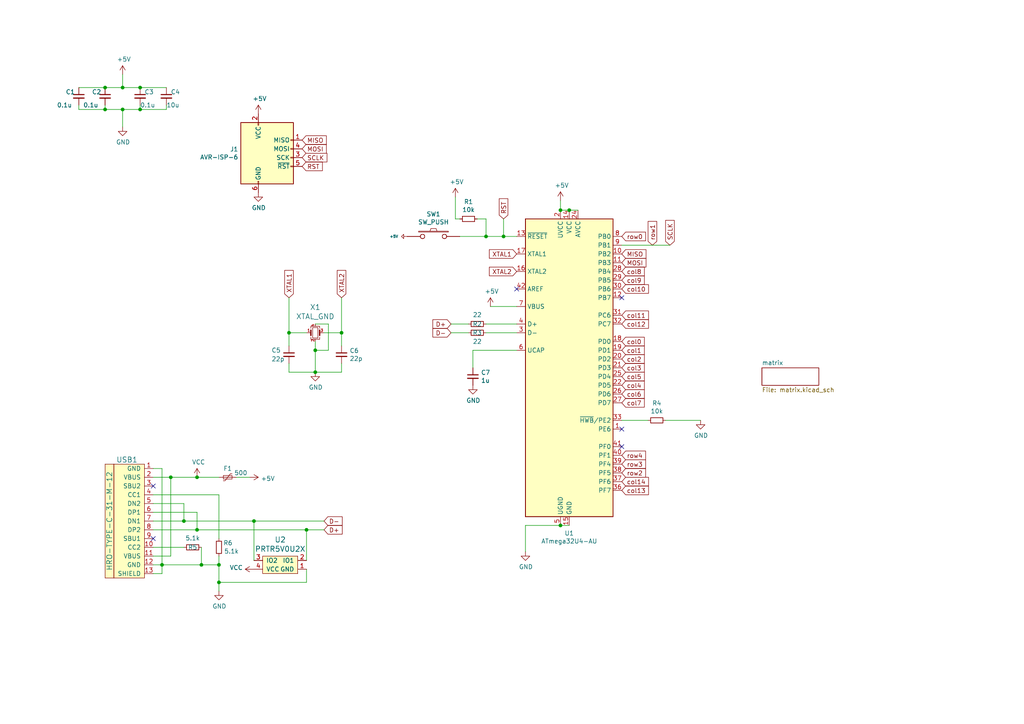
<source format=kicad_sch>
(kicad_sch (version 20230121) (generator eeschema)
  (paper "A4")
  (lib_symbols
    (symbol "Connector:AVR-ISP-6" (pin_names (offset 1.016))
      (property "Reference" "J" (at -6.35 11.43 0))
      (property "Value" "AVR-ISP-6" (at 0 11.43 0))
      (symbol "AVR-ISP-6_0_1"
        (rectangle (start -2.667 -6.858) (end -2.413 -7.62))
        (rectangle (start -2.667 10.16) (end -2.413 9.398))
        (rectangle (start 7.62 -2.413) (end 6.858 -2.667))
        (rectangle (start 7.62 0.127) (end 6.858 -0.127))
        (rectangle (start 7.62 2.667) (end 6.858 2.413))
        (rectangle (start 7.62 5.207) (end 6.858 4.953))
        (rectangle (start 7.62 10.16) (end -7.62 -7.62) (stroke (width 0.254)) (fill (type background)))
      )
      (symbol "AVR-ISP-6_1_1"
        (pin passive line (at 10.16 5.08 180) (length 2.54) (name "MISO") (number "1"))
        (pin passive line (at -2.54 12.7 270) (length 2.54) (name "VCC") (number "2"))
        (pin passive line (at 10.16 0 180) (length 2.54) (name "SCK") (number "3"))
        (pin passive line (at 10.16 2.54 180) (length 2.54) (name "MOSI") (number "4"))
        (pin passive line (at 10.16 -2.54 180) (length 2.54) (name "~{RST}") (number "5"))
        (pin passive line (at -2.54 -10.16 90) (length 2.54) (name "GND") (number "6"))
      )
    )
    (symbol "Device:C_Small" (pin_numbers hide) (pin_names (offset 0.254) hide)
      (property "Reference" "C" (at 0.254 1.778 0))
      (property "Value" "C_Small" (at 0.254 -2.032 0))
      (symbol "C_Small_0_1"
        (polyline (pts (xy -1.524 -0.508) (xy 1.524 -0.508)) (stroke (width 0.3302)))
        (polyline (pts (xy -1.524 0.508) (xy 1.524 0.508)) (stroke (width 0.3048)))
      )
      (symbol "C_Small_1_1"
        (pin passive line (at 0 2.54 270) (length 2.032) (name "~") (number "1"))
        (pin passive line (at 0 -2.54 90) (length 2.032) (name "~") (number "2"))
      )
    )
    (symbol "Device:Crystal_GND24_Small" (pin_names (offset 1.016) hide)
      (property "Reference" "Y" (at 1.27 4.445 0))
      (property "Value" "Crystal_GND24_Small" (at 1.27 2.54 0))
      (symbol "Crystal_GND24_Small_0_1"
        (rectangle (start -0.762 -1.524) (end 0.762 1.524))
        (polyline (pts (xy -1.27 -0.762) (xy -1.27 0.762)) (stroke (width 0.381)))
        (polyline (pts (xy 1.27 -0.762) (xy 1.27 0.762)) (stroke (width 0.381)))
        (polyline (pts (xy -1.27 -1.27) (xy -1.27 -1.905) (xy 1.27 -1.905) (xy 1.27 -1.27)))
        (polyline (pts (xy -1.27 1.27) (xy -1.27 1.905) (xy 1.27 1.905) (xy 1.27 1.27)))
      )
      (symbol "Crystal_GND24_Small_1_1"
        (pin passive line (at -2.54 0 0) (length 1.27) (name "1") (number "1"))
        (pin passive line (at 0 -2.54 90) (length 0.635) (name "2") (number "2"))
        (pin passive line (at 2.54 0 180) (length 1.27) (name "3") (number "3"))
        (pin passive line (at 0 2.54 270) (length 0.635) (name "4") (number "4"))
      )
    )
    (symbol "Device:Polyfuse_Small" (pin_numbers hide) (pin_names (offset 0))
      (property "Reference" "F" (at -1.905 0 90))
      (property "Value" "Polyfuse_Small" (at 1.905 0 90))
      (symbol "Polyfuse_Small_0_1"
        (rectangle (start -0.508 1.27) (end 0.508 -1.27))
        (polyline (pts (xy 0 2.54) (xy 0 -2.54)))
        (polyline (pts (xy -1.016 1.27) (xy -1.016 0.762) (xy 1.016 -0.762) (xy 1.016 -1.27)))
      )
      (symbol "Polyfuse_Small_1_1"
        (pin passive line (at 0 2.54 270) (length 0.635) (name "~") (number "1"))
        (pin passive line (at 0 -2.54 90) (length 0.635) (name "~") (number "2"))
      )
    )
    (symbol "Device:R_Small" (pin_numbers hide) (pin_names (offset 0.254) hide)
      (property "Reference" "R" (at 0.762 0.508 0))
      (property "Value" "R_Small" (at 0.762 -1.016 0))
      (symbol "R_Small_0_1"
        (rectangle (start -0.762 1.778) (end 0.762 -1.778) (stroke (width 0.2032)))
      )
      (symbol "R_Small_1_1"
        (pin passive line (at 0 2.54 270) (length 0.762) (name "~") (number "1"))
        (pin passive line (at 0 -2.54 90) (length 0.762) (name "~") (number "2"))
      )
    )
    (symbol "aek67-rescue:ATmega32U4-AU-MCU_Microchip_ATmega"
      (property "Reference" "U" (at -12.7 44.45 0))
      (property "Value" "MCU_Microchip_ATmega_ATmega32U4-AU" (at 2.54 -44.45 0))
      (symbol "ATmega32U4-AU-MCU_Microchip_ATmega_0_1"
        (rectangle (start -12.7 -43.18) (end 12.7 43.18) (stroke (width 0.254)) (fill (type background)))
      )
      (symbol "ATmega32U4-AU-MCU_Microchip_ATmega_1_1"
        (pin bidirectional line (at 15.24 -17.78 180) (length 2.54) (name "PE6") (number "1"))
        (pin bidirectional line (at 15.24 33.02 180) (length 2.54) (name "PB2") (number "10"))
        (pin bidirectional line (at 15.24 30.48 180) (length 2.54) (name "PB3") (number "11"))
        (pin bidirectional line (at 15.24 20.32 180) (length 2.54) (name "PB7") (number "12"))
        (pin input line (at -15.24 38.1 0) (length 2.54) (name "~{RESET}") (number "13"))
        (pin power_in line (at 0 45.72 270) (length 2.54) (name "VCC") (number "14"))
        (pin power_in line (at 0 -45.72 90) (length 2.54) (name "GND") (number "15"))
        (pin output line (at -15.24 27.94 0) (length 2.54) (name "XTAL2") (number "16"))
        (pin input line (at -15.24 33.02 0) (length 2.54) (name "XTAL1") (number "17"))
        (pin bidirectional line (at 15.24 7.62 180) (length 2.54) (name "PD0") (number "18"))
        (pin bidirectional line (at 15.24 5.08 180) (length 2.54) (name "PD1") (number "19"))
        (pin power_in line (at -2.54 45.72 270) (length 2.54) (name "UVCC") (number "2"))
        (pin bidirectional line (at 15.24 2.54 180) (length 2.54) (name "PD2") (number "20"))
        (pin bidirectional line (at 15.24 0 180) (length 2.54) (name "PD3") (number "21"))
        (pin bidirectional line (at 15.24 -5.08 180) (length 2.54) (name "PD5") (number "22"))
        (pin passive line (at 0 -45.72 90) (length 2.54) hide (name "GND") (number "23"))
        (pin power_in line (at 2.54 45.72 270) (length 2.54) (name "AVCC") (number "24"))
        (pin bidirectional line (at 15.24 -2.54 180) (length 2.54) (name "PD4") (number "25"))
        (pin bidirectional line (at 15.24 -7.62 180) (length 2.54) (name "PD6") (number "26"))
        (pin bidirectional line (at 15.24 -10.16 180) (length 2.54) (name "PD7") (number "27"))
        (pin bidirectional line (at 15.24 27.94 180) (length 2.54) (name "PB4") (number "28"))
        (pin bidirectional line (at 15.24 25.4 180) (length 2.54) (name "PB5") (number "29"))
        (pin bidirectional line (at -15.24 10.16 0) (length 2.54) (name "D-") (number "3"))
        (pin bidirectional line (at 15.24 22.86 180) (length 2.54) (name "PB6") (number "30"))
        (pin bidirectional line (at 15.24 15.24 180) (length 2.54) (name "PC6") (number "31"))
        (pin bidirectional line (at 15.24 12.7 180) (length 2.54) (name "PC7") (number "32"))
        (pin bidirectional line (at 15.24 -15.24 180) (length 2.54) (name "~{HWB}/PE2") (number "33"))
        (pin passive line (at 0 45.72 270) (length 2.54) hide (name "VCC") (number "34"))
        (pin passive line (at 0 -45.72 90) (length 2.54) hide (name "GND") (number "35"))
        (pin bidirectional line (at 15.24 -35.56 180) (length 2.54) (name "PF7") (number "36"))
        (pin bidirectional line (at 15.24 -33.02 180) (length 2.54) (name "PF6") (number "37"))
        (pin bidirectional line (at 15.24 -30.48 180) (length 2.54) (name "PF5") (number "38"))
        (pin bidirectional line (at 15.24 -27.94 180) (length 2.54) (name "PF4") (number "39"))
        (pin bidirectional line (at -15.24 12.7 0) (length 2.54) (name "D+") (number "4"))
        (pin bidirectional line (at 15.24 -25.4 180) (length 2.54) (name "PF1") (number "40"))
        (pin bidirectional line (at 15.24 -22.86 180) (length 2.54) (name "PF0") (number "41"))
        (pin passive line (at -15.24 22.86 0) (length 2.54) (name "AREF") (number "42"))
        (pin passive line (at 0 -45.72 90) (length 2.54) hide (name "GND") (number "43"))
        (pin passive line (at 2.54 45.72 270) (length 2.54) hide (name "AVCC") (number "44"))
        (pin passive line (at -2.54 -45.72 90) (length 2.54) (name "UGND") (number "5"))
        (pin passive line (at -15.24 5.08 0) (length 2.54) (name "UCAP") (number "6"))
        (pin input line (at -15.24 17.78 0) (length 2.54) (name "VBUS") (number "7"))
        (pin bidirectional line (at 15.24 38.1 180) (length 2.54) (name "PB0") (number "8"))
        (pin bidirectional line (at 15.24 35.56 180) (length 2.54) (name "PB1") (number "9"))
      )
    )
    (symbol "aek67-rescue:HRO-TYPE-C-31-M-12-Type-C" (pin_names (offset 1.016))
      (property "Reference" "USB" (at -5.08 16.51 0))
      (property "Value" "Type-C_HRO-TYPE-C-31-M-12" (at -10.16 -1.27 90))
      (symbol "HRO-TYPE-C-31-M-12-Type-C_0_1"
        (rectangle (start -11.43 15.24) (end -8.89 -17.78) (fill (type background)))
        (rectangle (start 0 -17.78) (end -8.89 15.24) (fill (type background)))
      )
      (symbol "HRO-TYPE-C-31-M-12-Type-C_1_1"
        (pin input line (at 2.54 13.97 180) (length 2.54) (name "GND") (number "1"))
        (pin input line (at 2.54 -8.89 180) (length 2.54) (name "CC2") (number "10"))
        (pin input line (at 2.54 -11.43 180) (length 2.54) (name "VBUS") (number "11"))
        (pin input line (at 2.54 -13.97 180) (length 2.54) (name "GND") (number "12"))
        (pin input line (at 2.54 -16.51 180) (length 2.54) (name "SHIELD") (number "13"))
        (pin input line (at 2.54 11.43 180) (length 2.54) (name "VBUS") (number "2"))
        (pin input line (at 2.54 8.89 180) (length 2.54) (name "SBU2") (number "3"))
        (pin input line (at 2.54 6.35 180) (length 2.54) (name "CC1") (number "4"))
        (pin input line (at 2.54 3.81 180) (length 2.54) (name "DN2") (number "5"))
        (pin input line (at 2.54 1.27 180) (length 2.54) (name "DP1") (number "6"))
        (pin input line (at 2.54 -1.27 180) (length 2.54) (name "DN1") (number "7"))
        (pin input line (at 2.54 -3.81 180) (length 2.54) (name "DP2") (number "8"))
        (pin input line (at 2.54 -6.35 180) (length 2.54) (name "SBU1") (number "9"))
      )
    )
    (symbol "keyboard_parts:GND" (power) (pin_names (offset 0))
      (property "Value" "GND" (at 0 -2.54 0))
      (symbol "GND_0_0"
        (pin power_in line (at 0 0 90) (length 0) hide (name "+5V") (number "1"))
      )
      (symbol "GND_0_1"
        (polyline (pts (xy 0 -1.651) (xy 0.635 -1.016) (xy -0.635 -1.016) (xy 0 -1.651)))
      )
      (symbol "GND_1_1"
        (polyline (pts (xy 0 0) (xy 0 -1.016) (xy 0 -1.016)))
      )
    )
    (symbol "keyboard_parts:SW_PUSH" (pin_numbers hide) (pin_names (offset 1.016) hide)
      (property "Reference" "SW" (at 3.81 2.794 0))
      (property "Value" "SW_PUSH" (at 0 -2.032 0))
      (symbol "SW_PUSH_0_1"
        (rectangle (start -4.318 1.27) (end 4.318 1.524))
        (polyline (pts (xy -1.016 1.524) (xy -0.762 2.286) (xy 0.762 2.286) (xy 1.016 1.524)))
        (pin passive inverted (at -7.62 0 0) (length 5.08) (name "1") (number "1"))
        (pin passive inverted (at 7.62 0 180) (length 5.08) (name "2") (number "2"))
      )
    )
    (symbol "power:+5V" (power) (pin_names (offset 0))
      (property "Value" "+5V" (at 0 3.556 0))
      (symbol "+5V_0_1"
        (polyline (pts (xy -0.762 1.27) (xy 0 2.54)))
        (polyline (pts (xy 0 0) (xy 0 2.54)))
        (polyline (pts (xy 0 2.54) (xy 0.762 1.27)))
      )
      (symbol "+5V_1_1"
        (pin power_in line (at 0 0 90) (length 0) hide (name "+5V") (number "1"))
      )
    )
    (symbol "power:GND" (power) (pin_names (offset 0))
      (property "Value" "GND" (at 0 -3.81 0))
      (symbol "GND_0_1"
        (polyline (pts (xy 0 0) (xy 0 -1.27) (xy 1.27 -1.27) (xy 0 -2.54) (xy -1.27 -1.27) (xy 0 -1.27)))
      )
      (symbol "GND_1_1"
        (pin power_in line (at 0 0 270) (length 0) hide (name "GND") (number "1"))
      )
    )
    (symbol "power:VCC" (power) (pin_names (offset 0))
      (property "Value" "VCC" (at 0 3.81 0))
      (symbol "VCC_0_1"
        (polyline (pts (xy -0.762 1.27) (xy 0 2.54)))
        (polyline (pts (xy 0 0) (xy 0 2.54)))
        (polyline (pts (xy 0 2.54) (xy 0.762 1.27)))
      )
      (symbol "VCC_1_1"
        (pin power_in line (at 0 0 90) (length 0) hide (name "VCC") (number "1"))
      )
    )
    (symbol "random-keyboard-parts:PRTR5V0U2X" (pin_names (offset 1.016))
      (property "Reference" "U" (at 0 3.81 0))
      (property "Value" "PRTR5V0U2X" (at 0 -3.81 0))
      (symbol "PRTR5V0U2X_0_1"
        (rectangle (start -5.08 2.54) (end 5.08 -2.54) (fill (type background)))
      )
      (symbol "PRTR5V0U2X_1_1"
        (pin input line (at -7.62 1.27 0) (length 2.54) (name "GND") (number "1"))
        (pin input line (at -7.62 -1.27 0) (length 2.54) (name "IO1") (number "2"))
        (pin input line (at 7.62 -1.27 180) (length 2.54) (name "IO2") (number "3"))
        (pin input line (at 7.62 1.27 180) (length 2.54) (name "VCC") (number "4"))
      )
    )
  )
  (junction (at 162.56 60.96))
  (junction (at 53.34 151.13))
  (junction (at 99.06 96.52))
  (junction (at 35.56 31.75))
  (junction (at 57.15 138.43))
  (junction (at 88.9 153.67))
  (junction (at 57.15 153.67))
  (junction (at 58.42 163.83))
  (junction (at 140.97 68.58))
  (junction (at 40.64 25.4))
  (junction (at 46.99 163.83))
  (junction (at 49.53 138.43))
  (junction (at 35.56 25.4))
  (junction (at 165.1 60.96))
  (junction (at 63.5 168.91))
  (junction (at 83.82 96.52))
  (junction (at 40.64 31.75))
  (junction (at 146.05 68.58))
  (junction (at 91.44 107.95))
  (junction (at 73.66 151.13))
  (junction (at 63.5 163.83))
  (junction (at 30.48 25.4))
  (junction (at 162.56 152.4))
  (junction (at 30.48 31.75))
  (junction (at 91.44 101.6))
  (no_connect (at 180.34 86.36))
  (no_connect (at 180.34 129.54))
  (no_connect (at 44.45 140.97))
  (no_connect (at 44.45 156.21))
  (no_connect (at 149.86 83.82))
  (no_connect (at 180.34 124.46))
  (wire (pts (xy 99.06 86.36) (xy 99.06 96.52)))
  (wire (pts (xy 152.4 160.02) (xy 152.4 152.4)))
  (wire (pts (xy 40.64 31.75) (xy 48.26 31.75)))
  (wire (pts (xy 40.64 30.48) (xy 40.64 31.75)))
  (wire (pts (xy 48.26 31.75) (xy 48.26 30.48)))
  (wire (pts (xy 57.15 148.59) (xy 57.15 153.67)))
  (wire (pts (xy 40.64 25.4) (xy 35.56 25.4)))
  (wire (pts (xy 138.43 63.5) (xy 140.97 63.5)))
  (wire (pts (xy 149.86 101.6) (xy 137.16 101.6)))
  (wire (pts (xy 83.82 96.52) (xy 83.82 100.33)))
  (wire (pts (xy 146.05 68.58) (xy 149.86 68.58)))
  (wire (pts (xy 135.89 93.98) (xy 130.81 93.98)))
  (wire (pts (xy 46.99 163.83) (xy 44.45 163.83)))
  (wire (pts (xy 132.08 63.5) (xy 132.08 57.15)))
  (wire (pts (xy 44.45 143.51) (xy 63.5 143.51)))
  (wire (pts (xy 72.39 138.43) (xy 68.58 138.43)))
  (wire (pts (xy 46.99 135.89) (xy 46.99 163.83)))
  (wire (pts (xy 152.4 152.4) (xy 162.56 152.4)))
  (wire (pts (xy 53.34 146.05) (xy 53.34 151.13)))
  (wire (pts (xy 53.34 151.13) (xy 73.66 151.13)))
  (wire (pts (xy 35.56 25.4) (xy 35.56 21.59)))
  (wire (pts (xy 44.45 153.67) (xy 57.15 153.67)))
  (wire (pts (xy 30.48 25.4) (xy 35.56 25.4)))
  (wire (pts (xy 44.45 146.05) (xy 53.34 146.05)))
  (wire (pts (xy 165.1 60.96) (xy 162.56 60.96)))
  (wire (pts (xy 88.9 153.67) (xy 93.98 153.67)))
  (wire (pts (xy 46.99 166.37) (xy 46.99 163.83)))
  (wire (pts (xy 140.97 93.98) (xy 149.86 93.98)))
  (wire (pts (xy 91.44 107.95) (xy 83.82 107.95)))
  (wire (pts (xy 48.26 25.4) (xy 40.64 25.4)))
  (wire (pts (xy 22.86 31.75) (xy 30.48 31.75)))
  (wire (pts (xy 140.97 68.58) (xy 146.05 68.58)))
  (wire (pts (xy 180.34 71.12) (xy 194.31 71.12)))
  (wire (pts (xy 49.53 161.29) (xy 49.53 138.43)))
  (wire (pts (xy 140.97 96.52) (xy 149.86 96.52)))
  (wire (pts (xy 44.45 158.75) (xy 53.34 158.75)))
  (wire (pts (xy 83.82 105.41) (xy 83.82 107.95)))
  (wire (pts (xy 63.5 143.51) (xy 63.5 156.21)))
  (wire (pts (xy 162.56 58.166) (xy 162.56 60.96)))
  (wire (pts (xy 63.5 163.83) (xy 63.5 168.91)))
  (wire (pts (xy 88.9 168.91) (xy 63.5 168.91)))
  (wire (pts (xy 58.42 163.83) (xy 63.5 163.83)))
  (wire (pts (xy 58.42 158.75) (xy 58.42 163.83)))
  (wire (pts (xy 44.45 135.89) (xy 46.99 135.89)))
  (wire (pts (xy 91.44 93.98) (xy 95.25 93.98)))
  (wire (pts (xy 63.5 161.29) (xy 63.5 163.83)))
  (wire (pts (xy 44.45 161.29) (xy 49.53 161.29)))
  (wire (pts (xy 30.48 25.4) (xy 22.86 25.4)))
  (wire (pts (xy 88.9 165.1) (xy 88.9 168.91)))
  (wire (pts (xy 44.45 166.37) (xy 46.99 166.37)))
  (wire (pts (xy 135.89 96.52) (xy 130.81 96.52)))
  (wire (pts (xy 88.9 96.52) (xy 83.82 96.52)))
  (wire (pts (xy 83.82 86.36) (xy 83.82 96.52)))
  (wire (pts (xy 35.56 31.75) (xy 40.64 31.75)))
  (wire (pts (xy 133.35 63.5) (xy 132.08 63.5)))
  (wire (pts (xy 193.04 121.92) (xy 203.2 121.92)))
  (wire (pts (xy 91.44 99.06) (xy 91.44 101.6)))
  (wire (pts (xy 35.56 36.83) (xy 35.56 31.75)))
  (wire (pts (xy 95.25 101.6) (xy 91.44 101.6)))
  (wire (pts (xy 165.1 152.4) (xy 162.56 152.4)))
  (wire (pts (xy 30.48 31.75) (xy 30.48 30.48)))
  (wire (pts (xy 49.53 138.43) (xy 44.45 138.43)))
  (wire (pts (xy 44.45 148.59) (xy 57.15 148.59)))
  (wire (pts (xy 46.99 163.83) (xy 58.42 163.83)))
  (wire (pts (xy 93.98 96.52) (xy 99.06 96.52)))
  (wire (pts (xy 57.15 153.67) (xy 88.9 153.67)))
  (wire (pts (xy 95.25 93.98) (xy 95.25 101.6)))
  (wire (pts (xy 73.66 151.13) (xy 93.98 151.13)))
  (wire (pts (xy 49.53 138.43) (xy 57.15 138.43)))
  (wire (pts (xy 30.48 31.75) (xy 35.56 31.75)))
  (wire (pts (xy 99.06 107.95) (xy 99.06 105.41)))
  (wire (pts (xy 44.45 151.13) (xy 53.34 151.13)))
  (wire (pts (xy 57.15 138.43) (xy 63.5 138.43)))
  (wire (pts (xy 22.86 30.48) (xy 22.86 31.75)))
  (wire (pts (xy 167.64 60.96) (xy 165.1 60.96)))
  (wire (pts (xy 140.97 63.5) (xy 140.97 68.58)))
  (wire (pts (xy 137.16 101.6) (xy 137.16 106.68)))
  (wire (pts (xy 91.44 107.95) (xy 99.06 107.95)))
  (wire (pts (xy 88.9 153.67) (xy 88.9 162.56)))
  (wire (pts (xy 99.06 100.33) (xy 99.06 96.52)))
  (wire (pts (xy 63.5 168.91) (xy 63.5 171.45)))
  (wire (pts (xy 91.44 101.6) (xy 91.44 107.95)))
  (wire (pts (xy 180.34 121.92) (xy 187.96 121.92)))
  (wire (pts (xy 133.35 68.58) (xy 140.97 68.58)))
  (wire (pts (xy 142.24 88.9) (xy 149.86 88.9)))
  (wire (pts (xy 73.66 151.13) (xy 73.66 162.56)))
  (wire (pts (xy 146.05 63.5) (xy 146.05 68.58)))
  (global_label "MISO" (shape input) (at 180.34 73.66 0) (property "Intersheetrefs" "${INTERSHEET_REFS}" (effects hide)))
  (global_label "col0" (shape input) (at 180.34 99.06 0) (property "Intersheetrefs" "${INTERSHEET_REFS}" (effects hide)))
  (global_label "col10" (shape input) (at 180.34 83.82 0) (property "Intersheetrefs" "${INTERSHEET_REFS}" (effects hide)))
  (global_label "col6" (shape input) (at 180.34 114.3 0) (property "Intersheetrefs" "${INTERSHEET_REFS}" (effects hide)))
  (global_label "XTAL1" (shape input) (at 149.86 73.66 180) (property "Intersheetrefs" "${INTERSHEET_REFS}" (effects hide)))
  (global_label "row0" (shape input) (at 180.34 68.58 0) (property "Intersheetrefs" "${INTERSHEET_REFS}" (effects hide)))
  (global_label "XTAL2" (shape input) (at 99.06 86.36 90) (property "Intersheetrefs" "${INTERSHEET_REFS}" (effects hide)))
  (global_label "col14" (shape input) (at 180.34 139.7 0) (property "Intersheetrefs" "${INTERSHEET_REFS}" (effects hide)))
  (global_label "D+" (shape input) (at 93.98 153.67 0) (property "Intersheetrefs" "${INTERSHEET_REFS}" (effects hide)))
  (global_label "SCLK" (shape input) (at 87.63 45.72 0) (property "Intersheetrefs" "${INTERSHEET_REFS}" (effects hide)))
  (global_label "MOSI" (shape input) (at 87.63 43.18 0) (property "Intersheetrefs" "${INTERSHEET_REFS}" (effects hide)))
  (global_label "MISO" (shape input) (at 87.63 40.64 0) (property "Intersheetrefs" "${INTERSHEET_REFS}" (effects hide)))
  (global_label "col7" (shape input) (at 180.34 116.84 0) (property "Intersheetrefs" "${INTERSHEET_REFS}" (effects hide)))
  (global_label "D-" (shape input) (at 130.81 96.52 180) (property "Intersheetrefs" "${INTERSHEET_REFS}" (effects hide)))
  (global_label "row3" (shape input) (at 180.34 134.62 0) (property "Intersheetrefs" "${INTERSHEET_REFS}" (effects hide)))
  (global_label "col13" (shape input) (at 180.34 142.24 0) (property "Intersheetrefs" "${INTERSHEET_REFS}" (effects hide)))
  (global_label "col2" (shape input) (at 180.34 104.14 0) (property "Intersheetrefs" "${INTERSHEET_REFS}" (effects hide)))
  (global_label "col3" (shape input) (at 180.34 106.68 0) (property "Intersheetrefs" "${INTERSHEET_REFS}" (effects hide)))
  (global_label "RST" (shape input) (at 146.05 63.5 90) (property "Intersheetrefs" "${INTERSHEET_REFS}" (effects hide)))
  (global_label "col9" (shape input) (at 180.34 81.28 0) (property "Intersheetrefs" "${INTERSHEET_REFS}" (effects hide)))
  (global_label "D-" (shape input) (at 93.98 151.13 0) (property "Intersheetrefs" "${INTERSHEET_REFS}" (effects hide)))
  (global_label "MOSI" (shape input) (at 180.34 76.2 0) (property "Intersheetrefs" "${INTERSHEET_REFS}" (effects hide)))
  (global_label "row1" (shape input) (at 189.23 71.12 90) (property "Intersheetrefs" "${INTERSHEET_REFS}" (effects hide)))
  (global_label "col4" (shape input) (at 180.34 111.76 0) (property "Intersheetrefs" "${INTERSHEET_REFS}" (effects hide)))
  (global_label "row2" (shape input) (at 180.34 137.16 0) (property "Intersheetrefs" "${INTERSHEET_REFS}" (effects hide)))
  (global_label "row4" (shape input) (at 180.34 132.08 0) (property "Intersheetrefs" "${INTERSHEET_REFS}" (effects hide)))
  (global_label "col11" (shape input) (at 180.34 91.44 0) (property "Intersheetrefs" "${INTERSHEET_REFS}" (effects hide)))
  (global_label "RST" (shape input) (at 87.63 48.26 0) (property "Intersheetrefs" "${INTERSHEET_REFS}" (effects hide)))
  (global_label "col8" (shape input) (at 180.34 78.74 0) (property "Intersheetrefs" "${INTERSHEET_REFS}" (effects hide)))
  (global_label "D+" (shape input) (at 130.81 93.98 180) (property "Intersheetrefs" "${INTERSHEET_REFS}" (effects hide)))
  (global_label "col1" (shape input) (at 180.34 101.6 0) (property "Intersheetrefs" "${INTERSHEET_REFS}" (effects hide)))
  (global_label "XTAL1" (shape input) (at 83.82 86.36 90) (property "Intersheetrefs" "${INTERSHEET_REFS}" (effects hide)))
  (global_label "col5" (shape input) (at 180.34 109.22 0) (property "Intersheetrefs" "${INTERSHEET_REFS}" (effects hide)))
  (global_label "XTAL2" (shape input) (at 149.86 78.74 180) (property "Intersheetrefs" "${INTERSHEET_REFS}" (effects hide)))
  (global_label "col12" (shape input) (at 180.34 93.98 0) (property "Intersheetrefs" "${INTERSHEET_REFS}" (effects hide)))
  (global_label "SCLK" (shape input) (at 194.31 71.12 90) (property "Intersheetrefs" "${INTERSHEET_REFS}" (effects hide)))
  (symbol (lib_id "aek67-rescue:ATmega32U4-AU-MCU_Microchip_ATmega") (at 165.1 106.68 0) (unit 1)
    (property "Reference" "U1" (at 165.1 154.6606 0))
    (property "Value" "ATmega32U4-AU" (at 165.1 156.972 0))
    (property "Footprint" "Package_QFP:TQFP-44_10x10mm_P0.8mm" (effects hide))
    (property "Datasheet" "http://ww1.microchip.com/downloads/en/DeviceDoc/Atmel-7766-8-bit-AVR-ATmega16U4-32U4_Datasheet.pdf" (effects hide))
  )
  (symbol (lib_id "power:+5V") (at 162.56 58.166 0) (unit 1)
    (property "Reference" "#PWR06" (effects hide))
    (property "Value" "+5V" (at 162.941 53.7718 0))
  )
  (symbol (lib_id "Device:R_Small") (at 190.5 121.92 270) (unit 1)
    (property "Reference" "R4" (at 190.5 116.9416 90))
    (property "Value" "10k" (at 190.5 119.253 90))
    (property "Footprint" "Resistor_SMD:R_0805_2012Metric_Pad1.15x1.40mm_HandSolder" (effects hide))
  )
  (symbol (lib_id "Device:C_Small") (at 22.86 27.94 0) (unit 1)
    (property "Reference" "C1" (at 19.05 26.67 0) (effects (justify left)))
    (property "Value" "0.1u" (at 16.51 30.48 0) (effects (justify left)))
    (property "Footprint" "Capacitor_SMD:C_0805_2012Metric_Pad1.15x1.40mm_HandSolder" (effects hide))
  )
  (symbol (lib_id "power:+5V") (at 35.56 21.59 0) (unit 1)
    (property "Reference" "#PWR01" (effects hide))
    (property "Value" "+5V" (at 35.941 17.1958 0))
  )
  (symbol (lib_id "Device:C_Small") (at 30.48 27.94 0) (unit 1)
    (property "Reference" "C2" (at 26.67 26.67 0) (effects (justify left)))
    (property "Value" "0.1u" (at 24.13 30.48 0) (effects (justify left)))
    (property "Footprint" "Capacitor_SMD:C_0805_2012Metric_Pad1.15x1.40mm_HandSolder" (effects hide))
  )
  (symbol (lib_id "Device:C_Small") (at 40.64 27.94 0) (unit 1)
    (property "Reference" "C3" (at 41.91 26.67 0) (effects (justify left)))
    (property "Value" "0.1u" (at 40.64 30.48 0) (effects (justify left)))
    (property "Footprint" "Capacitor_SMD:C_0805_2012Metric_Pad1.15x1.40mm_HandSolder" (effects hide))
  )
  (symbol (lib_id "Device:C_Small") (at 48.26 27.94 0) (unit 1)
    (property "Reference" "C4" (at 49.53 26.67 0) (effects (justify left)))
    (property "Value" "10u" (at 48.26 30.48 0) (effects (justify left)))
    (property "Footprint" "Capacitor_SMD:C_0805_2012Metric_Pad1.15x1.40mm_HandSolder" (effects hide))
  )
  (symbol (lib_id "keyboard_parts:SW_PUSH") (at 125.73 68.58 0) (unit 1)
    (property "Reference" "SW1" (at 125.73 62.103 0))
    (property "Value" "SW_PUSH" (at 125.73 64.4144 0))
    (property "Footprint" "random-keyboard-parts:SKQG-1155865" (effects hide))
  )
  (symbol (lib_id "Device:R_Small") (at 135.89 63.5 270) (unit 1)
    (property "Reference" "R1" (at 135.89 58.5216 90))
    (property "Value" "10k" (at 135.89 60.833 90))
    (property "Footprint" "Resistor_SMD:R_0805_2012Metric_Pad1.15x1.40mm_HandSolder" (effects hide))
  )
  (symbol (lib_id "power:+5V") (at 132.08 57.15 0) (unit 1)
    (property "Reference" "#PWR05" (effects hide))
    (property "Value" "+5V" (at 132.461 52.7558 0))
  )
  (symbol (lib_id "keyboard_parts:GND") (at 118.11 68.58 270) (unit 1)
    (property "Reference" "#PWR07" (effects hide))
    (property "Value" "GND" (at 113.03 68.58 90) (effects (font (size 0.762 0.762)) (justify left)))
  )
  (symbol (lib_id "Device:Crystal_GND24_Small") (at 91.44 96.52 0) (unit 1)
    (property "Reference" "X1" (at 91.44 89.1032 0) (effects (font (size 1.524 1.524))))
    (property "Value" "XTAL_GND" (at 91.44 91.7956 0) (effects (font (size 1.524 1.524))))
    (property "Footprint" "Crystal:Crystal_SMD_3225-4Pin_3.2x2.5mm_HandSoldering" (effects hide))
  )
  (symbol (lib_id "Device:C_Small") (at 83.82 102.87 0) (unit 1)
    (property "Reference" "C5" (at 78.74 101.6 0) (effects (justify left)))
    (property "Value" "22p" (at 78.74 104.14 0) (effects (justify left)))
    (property "Footprint" "Capacitor_SMD:C_0805_2012Metric_Pad1.15x1.40mm_HandSolder" (effects hide))
  )
  (symbol (lib_id "Device:C_Small") (at 99.06 102.87 0) (unit 1)
    (property "Reference" "C6" (at 101.3968 101.7016 0) (effects (justify left)))
    (property "Value" "22p" (at 101.3968 104.013 0) (effects (justify left)))
    (property "Footprint" "Capacitor_SMD:C_0805_2012Metric_Pad1.15x1.40mm_HandSolder" (effects hide))
  )
  (symbol (lib_id "Device:R_Small") (at 138.43 93.98 270) (unit 1)
    (property "Reference" "R2" (at 138.43 93.98 90))
    (property "Value" "22" (at 138.43 91.313 90))
    (property "Footprint" "Resistor_SMD:R_0805_2012Metric_Pad1.15x1.40mm_HandSolder" (effects hide))
  )
  (symbol (lib_id "Device:R_Small") (at 138.43 96.52 270) (unit 1)
    (property "Reference" "R3" (at 138.43 96.52 90))
    (property "Value" "22" (at 138.43 99.06 90))
    (property "Footprint" "Resistor_SMD:R_0805_2012Metric_Pad1.15x1.40mm_HandSolder" (effects hide))
  )
  (symbol (lib_id "power:+5V") (at 142.24 88.9 0) (unit 1)
    (property "Reference" "#PWR08" (effects hide))
    (property "Value" "+5V" (at 142.621 84.5058 0))
  )
  (symbol (lib_id "Device:C_Small") (at 137.16 109.22 0) (unit 1)
    (property "Reference" "C7" (at 139.4968 108.0516 0) (effects (justify left)))
    (property "Value" "1u" (at 139.4968 110.363 0) (effects (justify left)))
    (property "Footprint" "Capacitor_SMD:C_0805_2012Metric_Pad1.15x1.40mm_HandSolder" (effects hide))
  )
  (symbol (lib_id "aek67-rescue:HRO-TYPE-C-31-M-12-Type-C") (at 41.91 149.86 0) (unit 1)
    (property "Reference" "USB1" (at 36.83 133.35 0) (effects (font (size 1.524 1.524))))
    (property "Value" "HRO-TYPE-C-31-M-12" (at 31.75 151.13 90) (effects (font (size 1.524 1.524))))
    (property "Footprint" "Type-C:HRO-TYPE-C-31-M-12-HandSoldering" (effects hide))
  )
  (symbol (lib_id "Device:Polyfuse_Small") (at 66.04 138.43 270) (unit 1)
    (property "Reference" "F1" (at 66.04 135.89 90))
    (property "Value" "500" (at 69.85 137.16 90))
    (property "Footprint" "Fuse:Fuse_1206_3216Metric_Pad1.42x1.75mm_HandSolder" (effects hide))
  )
  (symbol (lib_id "power:+5V") (at 72.39 138.43 270) (unit 1)
    (property "Reference" "#PWR013" (effects hide))
    (property "Value" "+5V" (at 75.6412 138.811 90) (effects (justify left)))
  )
  (symbol (lib_id "Device:R_Small") (at 63.5 158.75 0) (unit 1)
    (property "Reference" "R6" (at 64.77 157.48 0) (effects (justify left)))
    (property "Value" "5.1k" (at 64.9986 159.893 0) (effects (justify left)))
    (property "Footprint" "Resistor_SMD:R_0805_2012Metric_Pad1.15x1.40mm_HandSolder" (effects hide))
  )
  (symbol (lib_id "Device:R_Small") (at 55.88 158.75 270) (unit 1)
    (property "Reference" "R5" (at 55.88 158.75 90))
    (property "Value" "5.1k" (at 55.88 156.083 90))
    (property "Footprint" "Resistor_SMD:R_0805_2012Metric_Pad1.15x1.40mm_HandSolder" (effects hide))
  )
  (symbol (lib_id "random-keyboard-parts:PRTR5V0U2X") (at 81.28 163.83 180) (unit 1)
    (property "Reference" "U2" (at 81.28 156.5402 0) (effects (font (size 1.524 1.524))))
    (property "Value" "PRTR5V0U2X" (at 81.28 159.2326 0) (effects (font (size 1.524 1.524))))
    (property "Footprint" "local:SOT143B" (effects hide))
  )
  (symbol (lib_id "power:VCC") (at 57.15 138.43 0) (unit 1)
    (property "Reference" "#PWR012" (effects hide))
    (property "Value" "VCC" (at 57.5818 134.0358 0))
  )
  (symbol (lib_id "power:VCC") (at 73.66 165.1 90) (unit 1)
    (property "Reference" "#PWR015" (effects hide))
    (property "Value" "VCC" (at 70.4342 164.6428 90) (effects (justify left)))
  )
  (symbol (lib_id "Connector:AVR-ISP-6") (at 77.47 45.72 0) (unit 1)
    (property "Reference" "J1" (at 69.1134 43.2816 0) (effects (justify right)))
    (property "Value" "AVR-ISP-6" (at 69.1134 45.593 0) (effects (justify right)))
    (property "Footprint" "random-keyboard-parts:Reset_Pretty-Mask" (effects hide))
    (property "Datasheet" " ~" (effects hide))
  )
  (symbol (lib_id "power:+5V") (at 74.93 33.02 0) (unit 1)
    (property "Reference" "#PWR02" (effects hide))
    (property "Value" "+5V" (at 75.311 28.6258 0))
  )
  (symbol (lib_id "power:GND") (at 91.44 107.95 0) (unit 1)
    (property "Reference" "#PWR09" (effects hide))
    (property "Value" "GND" (at 91.567 112.3442 0))
  )
  (symbol (lib_id "power:GND") (at 152.4 160.02 0) (unit 1)
    (property "Reference" "#PWR014" (effects hide))
    (property "Value" "GND" (at 152.527 164.4142 0))
  )
  (symbol (lib_id "power:GND") (at 203.2 121.92 0) (unit 1)
    (property "Reference" "#PWR011" (effects hide))
    (property "Value" "GND" (at 203.327 126.3142 0))
  )
  (symbol (lib_id "power:GND") (at 137.16 111.76 0) (unit 1)
    (property "Reference" "#PWR010" (effects hide))
    (property "Value" "GND" (at 137.287 116.1542 0))
  )
  (symbol (lib_id "power:GND") (at 74.93 55.88 0) (unit 1)
    (property "Reference" "#PWR04" (effects hide))
    (property "Value" "GND" (at 75.057 60.2742 0))
  )
  (symbol (lib_id "power:GND") (at 35.56 36.83 0) (unit 1)
    (property "Reference" "#PWR03" (effects hide))
    (property "Value" "GND" (at 35.687 41.2242 0))
  )
  (symbol (lib_id "power:GND") (at 63.5 171.45 0) (unit 1)
    (property "Reference" "#PWR016" (effects hide))
    (property "Value" "GND" (at 63.627 175.8442 0))
  )
  (sheet (at 220.98 106.68) (size 16.51 5.08)
    (property "Sheetname" "matrix" (at 220.98 105.9684 0) (effects (justify left bottom)))
    (property "Sheetfile" "matrix.kicad_sch" (at 220.98 112.3446 0) (effects (justify left top)))
  )
)
</source>
